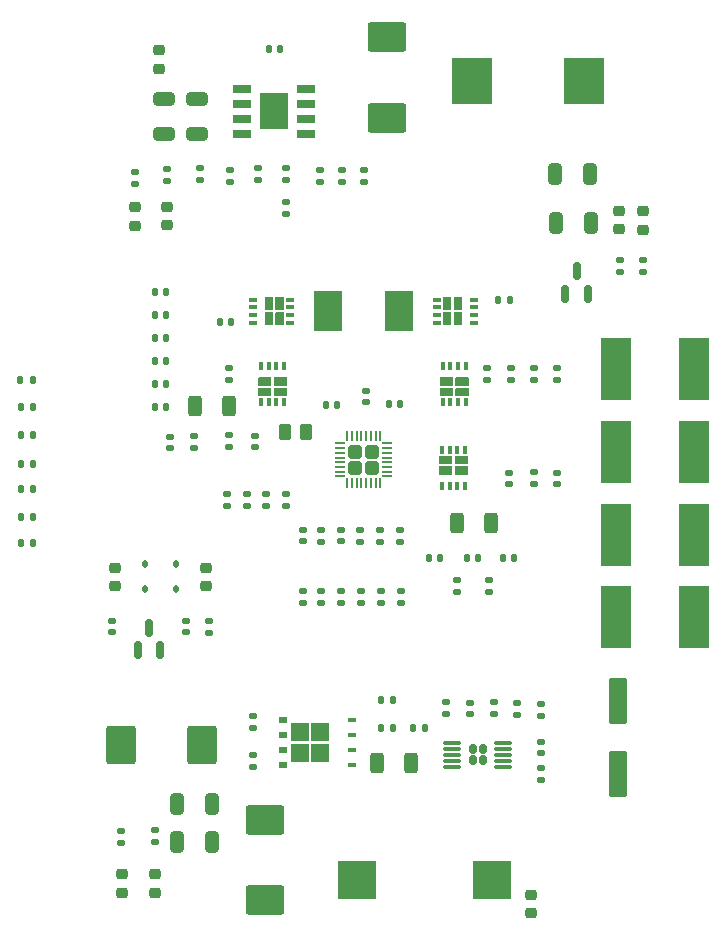
<source format=gtp>
G04 #@! TF.GenerationSoftware,KiCad,Pcbnew,7.0.6-0*
G04 #@! TF.CreationDate,2023-08-16T18:23:03-03:00*
G04 #@! TF.ProjectId,expansao_bateria_rev1.0.0,65787061-6e73-4616-9f5f-626174657269,rev?*
G04 #@! TF.SameCoordinates,Original*
G04 #@! TF.FileFunction,Paste,Top*
G04 #@! TF.FilePolarity,Positive*
%FSLAX46Y46*%
G04 Gerber Fmt 4.6, Leading zero omitted, Abs format (unit mm)*
G04 Created by KiCad (PCBNEW 7.0.6-0) date 2023-08-16 18:23:03*
%MOMM*%
%LPD*%
G01*
G04 APERTURE LIST*
G04 Aperture macros list*
%AMRoundRect*
0 Rectangle with rounded corners*
0 $1 Rounding radius*
0 $2 $3 $4 $5 $6 $7 $8 $9 X,Y pos of 4 corners*
0 Add a 4 corners polygon primitive as box body*
4,1,4,$2,$3,$4,$5,$6,$7,$8,$9,$2,$3,0*
0 Add four circle primitives for the rounded corners*
1,1,$1+$1,$2,$3*
1,1,$1+$1,$4,$5*
1,1,$1+$1,$6,$7*
1,1,$1+$1,$8,$9*
0 Add four rect primitives between the rounded corners*
20,1,$1+$1,$2,$3,$4,$5,0*
20,1,$1+$1,$4,$5,$6,$7,0*
20,1,$1+$1,$6,$7,$8,$9,0*
20,1,$1+$1,$8,$9,$2,$3,0*%
G04 Aperture macros list end*
%ADD10R,2.500000X5.300000*%
%ADD11RoundRect,0.250000X0.550000X-1.712500X0.550000X1.712500X-0.550000X1.712500X-0.550000X-1.712500X0*%
%ADD12RoundRect,0.135000X-0.185000X0.135000X-0.185000X-0.135000X0.185000X-0.135000X0.185000X0.135000X0*%
%ADD13RoundRect,0.135000X0.185000X-0.135000X0.185000X0.135000X-0.185000X0.135000X-0.185000X-0.135000X0*%
%ADD14R,0.399999X0.700001*%
%ADD15RoundRect,0.218750X-0.256250X0.218750X-0.256250X-0.218750X0.256250X-0.218750X0.256250X0.218750X0*%
%ADD16RoundRect,0.140000X-0.170000X0.140000X-0.170000X-0.140000X0.170000X-0.140000X0.170000X0.140000X0*%
%ADD17RoundRect,0.250000X-0.325000X-0.650000X0.325000X-0.650000X0.325000X0.650000X-0.325000X0.650000X0*%
%ADD18RoundRect,0.140000X-0.140000X-0.170000X0.140000X-0.170000X0.140000X0.170000X-0.140000X0.170000X0*%
%ADD19RoundRect,0.250000X-0.312500X-0.625000X0.312500X-0.625000X0.312500X0.625000X-0.312500X0.625000X0*%
%ADD20RoundRect,0.140000X0.140000X0.170000X-0.140000X0.170000X-0.140000X-0.170000X0.140000X-0.170000X0*%
%ADD21RoundRect,0.175000X0.175000X0.220000X-0.175000X0.220000X-0.175000X-0.220000X0.175000X-0.220000X0*%
%ADD22RoundRect,0.075000X0.650000X0.075000X-0.650000X0.075000X-0.650000X-0.075000X0.650000X-0.075000X0*%
%ADD23RoundRect,0.150000X0.150000X-0.587500X0.150000X0.587500X-0.150000X0.587500X-0.150000X-0.587500X0*%
%ADD24RoundRect,0.218750X0.256250X-0.218750X0.256250X0.218750X-0.256250X0.218750X-0.256250X-0.218750X0*%
%ADD25RoundRect,0.140000X0.170000X-0.140000X0.170000X0.140000X-0.170000X0.140000X-0.170000X-0.140000X0*%
%ADD26RoundRect,0.135000X0.135000X0.185000X-0.135000X0.185000X-0.135000X-0.185000X0.135000X-0.185000X0*%
%ADD27RoundRect,0.250000X0.650000X-0.325000X0.650000X0.325000X-0.650000X0.325000X-0.650000X-0.325000X0*%
%ADD28R,3.500000X4.000000*%
%ADD29RoundRect,0.250000X-0.335000X-0.335000X0.335000X-0.335000X0.335000X0.335000X-0.335000X0.335000X0*%
%ADD30RoundRect,0.050000X-0.337500X-0.050000X0.337500X-0.050000X0.337500X0.050000X-0.337500X0.050000X0*%
%ADD31RoundRect,0.050000X-0.050000X-0.337500X0.050000X-0.337500X0.050000X0.337500X-0.050000X0.337500X0*%
%ADD32RoundRect,0.250000X0.325000X0.650000X-0.325000X0.650000X-0.325000X-0.650000X0.325000X-0.650000X0*%
%ADD33RoundRect,0.250000X1.000000X-1.400000X1.000000X1.400000X-1.000000X1.400000X-1.000000X-1.400000X0*%
%ADD34RoundRect,0.250000X-1.400000X-1.000000X1.400000X-1.000000X1.400000X1.000000X-1.400000X1.000000X0*%
%ADD35RoundRect,0.250000X-0.650000X0.325000X-0.650000X-0.325000X0.650000X-0.325000X0.650000X0.325000X0*%
%ADD36RoundRect,0.225000X-0.250000X0.225000X-0.250000X-0.225000X0.250000X-0.225000X0.250000X0.225000X0*%
%ADD37RoundRect,0.112500X0.112500X-0.187500X0.112500X0.187500X-0.112500X0.187500X-0.112500X-0.187500X0*%
%ADD38R,0.700001X0.399999*%
%ADD39R,1.525000X0.650000*%
%ADD40R,2.400000X3.100000*%
%ADD41R,3.175000X3.300000*%
%ADD42R,1.500000X1.500000*%
%ADD43R,0.750000X0.500000*%
%ADD44R,0.750000X0.400000*%
%ADD45RoundRect,0.250000X-0.262500X-0.450000X0.262500X-0.450000X0.262500X0.450000X-0.262500X0.450000X0*%
%ADD46R,2.350000X3.500000*%
G04 APERTURE END LIST*
G36*
X28648774Y-31708948D02*
G01*
X28658033Y-31711754D01*
X28666564Y-31716316D01*
X28674042Y-31722453D01*
X28680179Y-31729930D01*
X28684741Y-31738462D01*
X28687547Y-31747721D01*
X28688495Y-31757350D01*
X28688495Y-32363648D01*
X28687547Y-32373277D01*
X28684741Y-32382535D01*
X28680179Y-32391067D01*
X28674042Y-32398545D01*
X28666564Y-32404681D01*
X28658033Y-32409243D01*
X28648774Y-32412050D01*
X28639145Y-32412997D01*
X27612848Y-32412997D01*
X27603219Y-32412050D01*
X27593960Y-32409243D01*
X27585429Y-32404681D01*
X27577951Y-32398545D01*
X27571814Y-32391067D01*
X27567252Y-32382535D01*
X27564446Y-32373277D01*
X27563496Y-32363648D01*
X27563496Y-31757350D01*
X27564446Y-31747721D01*
X27567252Y-31738462D01*
X27571814Y-31729930D01*
X27577951Y-31722453D01*
X27585429Y-31716316D01*
X27593960Y-31711754D01*
X27603219Y-31708948D01*
X27612848Y-31707998D01*
X28639145Y-31707998D01*
X28648774Y-31708948D01*
G37*
G36*
X27323778Y-31708948D02*
G01*
X27333036Y-31711754D01*
X27341568Y-31716316D01*
X27349046Y-31722453D01*
X27355183Y-31729930D01*
X27359745Y-31738462D01*
X27362551Y-31747721D01*
X27363501Y-31757350D01*
X27363501Y-32363648D01*
X27362551Y-32373277D01*
X27359745Y-32382535D01*
X27355183Y-32391067D01*
X27349046Y-32398545D01*
X27341568Y-32404681D01*
X27333036Y-32409243D01*
X27323778Y-32412050D01*
X27314149Y-32412997D01*
X26287852Y-32412997D01*
X26278223Y-32412050D01*
X26268964Y-32409243D01*
X26260433Y-32404681D01*
X26252955Y-32398545D01*
X26246818Y-32391067D01*
X26242256Y-32382535D01*
X26239450Y-32373277D01*
X26238502Y-32363648D01*
X26238502Y-31757350D01*
X26239450Y-31747721D01*
X26242256Y-31738462D01*
X26246818Y-31729930D01*
X26252955Y-31722453D01*
X26260433Y-31716316D01*
X26268964Y-31711754D01*
X26278223Y-31708948D01*
X26287852Y-31707998D01*
X27314149Y-31707998D01*
X27323778Y-31708948D01*
G37*
G36*
X28648774Y-32613947D02*
G01*
X28658033Y-32616754D01*
X28666564Y-32621316D01*
X28674042Y-32627452D01*
X28680179Y-32634930D01*
X28684741Y-32643462D01*
X28687547Y-32652720D01*
X28688495Y-32662349D01*
X28688495Y-33268647D01*
X28687547Y-33278276D01*
X28684741Y-33287535D01*
X28680179Y-33296067D01*
X28674042Y-33303544D01*
X28666564Y-33309681D01*
X28658033Y-33314243D01*
X28648774Y-33317049D01*
X28639145Y-33317997D01*
X27612848Y-33317997D01*
X27603219Y-33317049D01*
X27593960Y-33314243D01*
X27585429Y-33309681D01*
X27577951Y-33303544D01*
X27571814Y-33296067D01*
X27567252Y-33287535D01*
X27564446Y-33278276D01*
X27563496Y-33268647D01*
X27563496Y-32662349D01*
X27564446Y-32652720D01*
X27567252Y-32643462D01*
X27571814Y-32634930D01*
X27577951Y-32627452D01*
X27585429Y-32621316D01*
X27593960Y-32616754D01*
X27603219Y-32613947D01*
X27612848Y-32612997D01*
X28639145Y-32612997D01*
X28648774Y-32613947D01*
G37*
G36*
X27323778Y-32613947D02*
G01*
X27333036Y-32616754D01*
X27341568Y-32621316D01*
X27349046Y-32627452D01*
X27355183Y-32634930D01*
X27359745Y-32643462D01*
X27362551Y-32652720D01*
X27363501Y-32662349D01*
X27363501Y-33268647D01*
X27362551Y-33278276D01*
X27359745Y-33287535D01*
X27355183Y-33296067D01*
X27349046Y-33303544D01*
X27341568Y-33309681D01*
X27333036Y-33314243D01*
X27323778Y-33317049D01*
X27314149Y-33317997D01*
X26287852Y-33317997D01*
X26278223Y-33317049D01*
X26268964Y-33314243D01*
X26260433Y-33309681D01*
X26252955Y-33303544D01*
X26246818Y-33296067D01*
X26242256Y-33287535D01*
X26239450Y-33278276D01*
X26238502Y-33268647D01*
X26238502Y-32662349D01*
X26239450Y-32652720D01*
X26242256Y-32643462D01*
X26246818Y-32634930D01*
X26252955Y-32627452D01*
X26260433Y-32621316D01*
X26268964Y-32616754D01*
X26278223Y-32613947D01*
X26287852Y-32612997D01*
X27314149Y-32612997D01*
X27323778Y-32613947D01*
G37*
G36*
X42643283Y-39223948D02*
G01*
X42652542Y-39226755D01*
X42661073Y-39231317D01*
X42668551Y-39237453D01*
X42674688Y-39244931D01*
X42679250Y-39253463D01*
X42682056Y-39262721D01*
X42683006Y-39272350D01*
X42683006Y-39878648D01*
X42682056Y-39888277D01*
X42679250Y-39897536D01*
X42674688Y-39906068D01*
X42668551Y-39913545D01*
X42661073Y-39919682D01*
X42652542Y-39924244D01*
X42643283Y-39927050D01*
X42633654Y-39928000D01*
X41607357Y-39928000D01*
X41597728Y-39927050D01*
X41588469Y-39924244D01*
X41579938Y-39919682D01*
X41572460Y-39913545D01*
X41566323Y-39906068D01*
X41561761Y-39897536D01*
X41558955Y-39888277D01*
X41558007Y-39878648D01*
X41558007Y-39272350D01*
X41558955Y-39262721D01*
X41561761Y-39253463D01*
X41566323Y-39244931D01*
X41572460Y-39237453D01*
X41579938Y-39231317D01*
X41588469Y-39226755D01*
X41597728Y-39223948D01*
X41607357Y-39223001D01*
X42633654Y-39223001D01*
X42643283Y-39223948D01*
G37*
G36*
X43968279Y-39223948D02*
G01*
X43977538Y-39226755D01*
X43986069Y-39231317D01*
X43993547Y-39237453D01*
X43999684Y-39244931D01*
X44004246Y-39253463D01*
X44007052Y-39262721D01*
X44008000Y-39272350D01*
X44008000Y-39878648D01*
X44007052Y-39888277D01*
X44004246Y-39897536D01*
X43999684Y-39906068D01*
X43993547Y-39913545D01*
X43986069Y-39919682D01*
X43977538Y-39924244D01*
X43968279Y-39927050D01*
X43958650Y-39928000D01*
X42932353Y-39928000D01*
X42922724Y-39927050D01*
X42913466Y-39924244D01*
X42904934Y-39919682D01*
X42897456Y-39913545D01*
X42891319Y-39906068D01*
X42886757Y-39897536D01*
X42883951Y-39888277D01*
X42883001Y-39878648D01*
X42883001Y-39272350D01*
X42883951Y-39262721D01*
X42886757Y-39253463D01*
X42891319Y-39244931D01*
X42897456Y-39237453D01*
X42904934Y-39231317D01*
X42913466Y-39226755D01*
X42922724Y-39223948D01*
X42932353Y-39223001D01*
X43958650Y-39223001D01*
X43968279Y-39223948D01*
G37*
G36*
X42643283Y-38318949D02*
G01*
X42652542Y-38321755D01*
X42661073Y-38326317D01*
X42668551Y-38332454D01*
X42674688Y-38339931D01*
X42679250Y-38348463D01*
X42682056Y-38357722D01*
X42683006Y-38367351D01*
X42683006Y-38973649D01*
X42682056Y-38983278D01*
X42679250Y-38992536D01*
X42674688Y-39001068D01*
X42668551Y-39008546D01*
X42661073Y-39014682D01*
X42652542Y-39019244D01*
X42643283Y-39022051D01*
X42633654Y-39023001D01*
X41607357Y-39023001D01*
X41597728Y-39022051D01*
X41588469Y-39019244D01*
X41579938Y-39014682D01*
X41572460Y-39008546D01*
X41566323Y-39001068D01*
X41561761Y-38992536D01*
X41558955Y-38983278D01*
X41558007Y-38973649D01*
X41558007Y-38367351D01*
X41558955Y-38357722D01*
X41561761Y-38348463D01*
X41566323Y-38339931D01*
X41572460Y-38332454D01*
X41579938Y-38326317D01*
X41588469Y-38321755D01*
X41597728Y-38318949D01*
X41607357Y-38318001D01*
X42633654Y-38318001D01*
X42643283Y-38318949D01*
G37*
G36*
X43968279Y-38318949D02*
G01*
X43977538Y-38321755D01*
X43986069Y-38326317D01*
X43993547Y-38332454D01*
X43999684Y-38339931D01*
X44004246Y-38348463D01*
X44007052Y-38357722D01*
X44008000Y-38367351D01*
X44008000Y-38973649D01*
X44007052Y-38983278D01*
X44004246Y-38992536D01*
X43999684Y-39001068D01*
X43993547Y-39008546D01*
X43986069Y-39014682D01*
X43977538Y-39019244D01*
X43968279Y-39022051D01*
X43958650Y-39023001D01*
X42932353Y-39023001D01*
X42922724Y-39022051D01*
X42913466Y-39019244D01*
X42904934Y-39014682D01*
X42897456Y-39008546D01*
X42891319Y-39001068D01*
X42886757Y-38992536D01*
X42883951Y-38983278D01*
X42883001Y-38973649D01*
X42883001Y-38367351D01*
X42883951Y-38357722D01*
X42886757Y-38348463D01*
X42891319Y-38339931D01*
X42897456Y-38332454D01*
X42904934Y-38326317D01*
X42913466Y-38321755D01*
X42922724Y-38318949D01*
X42932353Y-38318001D01*
X43958650Y-38318001D01*
X43968279Y-38318949D01*
G37*
G36*
X43468279Y-26183944D02*
G01*
X43477538Y-26186750D01*
X43486070Y-26191312D01*
X43493547Y-26197449D01*
X43499684Y-26204927D01*
X43504246Y-26213458D01*
X43507052Y-26222717D01*
X43508002Y-26232346D01*
X43508002Y-27258643D01*
X43507052Y-27268272D01*
X43504246Y-27277531D01*
X43499684Y-27286062D01*
X43493547Y-27293540D01*
X43486070Y-27299677D01*
X43477538Y-27304239D01*
X43468279Y-27307045D01*
X43458650Y-27307993D01*
X42852352Y-27307993D01*
X42842723Y-27307045D01*
X42833465Y-27304239D01*
X42824933Y-27299677D01*
X42817455Y-27293540D01*
X42811319Y-27286062D01*
X42806757Y-27277531D01*
X42803950Y-27268272D01*
X42803003Y-27258643D01*
X42803003Y-26232346D01*
X42803950Y-26222717D01*
X42806757Y-26213458D01*
X42811319Y-26204927D01*
X42817455Y-26197449D01*
X42824933Y-26191312D01*
X42833465Y-26186750D01*
X42842723Y-26183944D01*
X42852352Y-26182994D01*
X43458650Y-26182994D01*
X43468279Y-26183944D01*
G37*
G36*
X43468279Y-24858948D02*
G01*
X43477538Y-24861754D01*
X43486070Y-24866316D01*
X43493547Y-24872453D01*
X43499684Y-24879931D01*
X43504246Y-24888462D01*
X43507052Y-24897721D01*
X43508002Y-24907350D01*
X43508002Y-25933647D01*
X43507052Y-25943276D01*
X43504246Y-25952534D01*
X43499684Y-25961066D01*
X43493547Y-25968544D01*
X43486070Y-25974681D01*
X43477538Y-25979243D01*
X43468279Y-25982049D01*
X43458650Y-25982999D01*
X42852352Y-25982999D01*
X42842723Y-25982049D01*
X42833465Y-25979243D01*
X42824933Y-25974681D01*
X42817455Y-25968544D01*
X42811319Y-25961066D01*
X42806757Y-25952534D01*
X42803950Y-25943276D01*
X42803003Y-25933647D01*
X42803003Y-24907350D01*
X42803950Y-24897721D01*
X42806757Y-24888462D01*
X42811319Y-24879931D01*
X42817455Y-24872453D01*
X42824933Y-24866316D01*
X42833465Y-24861754D01*
X42842723Y-24858948D01*
X42852352Y-24858000D01*
X43458650Y-24858000D01*
X43468279Y-24858948D01*
G37*
G36*
X42563280Y-26183944D02*
G01*
X42572538Y-26186750D01*
X42581070Y-26191312D01*
X42588548Y-26197449D01*
X42594684Y-26204927D01*
X42599246Y-26213458D01*
X42602053Y-26222717D01*
X42603003Y-26232346D01*
X42603003Y-27258643D01*
X42602053Y-27268272D01*
X42599246Y-27277531D01*
X42594684Y-27286062D01*
X42588548Y-27293540D01*
X42581070Y-27299677D01*
X42572538Y-27304239D01*
X42563280Y-27307045D01*
X42553651Y-27307993D01*
X41947353Y-27307993D01*
X41937724Y-27307045D01*
X41928465Y-27304239D01*
X41919933Y-27299677D01*
X41912456Y-27293540D01*
X41906319Y-27286062D01*
X41901757Y-27277531D01*
X41898951Y-27268272D01*
X41898003Y-27258643D01*
X41898003Y-26232346D01*
X41898951Y-26222717D01*
X41901757Y-26213458D01*
X41906319Y-26204927D01*
X41912456Y-26197449D01*
X41919933Y-26191312D01*
X41928465Y-26186750D01*
X41937724Y-26183944D01*
X41947353Y-26182994D01*
X42553651Y-26182994D01*
X42563280Y-26183944D01*
G37*
G36*
X42563280Y-24858948D02*
G01*
X42572538Y-24861754D01*
X42581070Y-24866316D01*
X42588548Y-24872453D01*
X42594684Y-24879931D01*
X42599246Y-24888462D01*
X42602053Y-24897721D01*
X42603003Y-24907350D01*
X42603003Y-25933647D01*
X42602053Y-25943276D01*
X42599246Y-25952534D01*
X42594684Y-25961066D01*
X42588548Y-25968544D01*
X42581070Y-25974681D01*
X42572538Y-25979243D01*
X42563280Y-25982049D01*
X42553651Y-25982999D01*
X41947353Y-25982999D01*
X41937724Y-25982049D01*
X41928465Y-25979243D01*
X41919933Y-25974681D01*
X41912456Y-25968544D01*
X41906319Y-25961066D01*
X41901757Y-25952534D01*
X41898951Y-25943276D01*
X41898003Y-25933647D01*
X41898003Y-24907350D01*
X41898951Y-24897721D01*
X41901757Y-24888462D01*
X41906319Y-24879931D01*
X41912456Y-24872453D01*
X41919933Y-24866316D01*
X41928465Y-24861754D01*
X41937724Y-24858948D01*
X41947353Y-24858000D01*
X42553651Y-24858000D01*
X42563280Y-24858948D01*
G37*
G36*
X27468778Y-24858953D02*
G01*
X27478036Y-24861759D01*
X27486568Y-24866321D01*
X27494046Y-24872458D01*
X27500182Y-24879936D01*
X27504744Y-24888467D01*
X27507551Y-24897726D01*
X27508498Y-24907355D01*
X27508498Y-25933652D01*
X27507551Y-25943281D01*
X27504744Y-25952540D01*
X27500182Y-25961071D01*
X27494046Y-25968549D01*
X27486568Y-25974686D01*
X27478036Y-25979248D01*
X27468778Y-25982054D01*
X27459149Y-25983004D01*
X26852851Y-25983004D01*
X26843222Y-25982054D01*
X26833963Y-25979248D01*
X26825431Y-25974686D01*
X26817954Y-25968549D01*
X26811817Y-25961071D01*
X26807255Y-25952540D01*
X26804449Y-25943281D01*
X26803499Y-25933652D01*
X26803499Y-24907355D01*
X26804449Y-24897726D01*
X26807255Y-24888467D01*
X26811817Y-24879936D01*
X26817954Y-24872458D01*
X26825431Y-24866321D01*
X26833963Y-24861759D01*
X26843222Y-24858953D01*
X26852851Y-24858005D01*
X27459149Y-24858005D01*
X27468778Y-24858953D01*
G37*
G36*
X27468778Y-26183949D02*
G01*
X27478036Y-26186755D01*
X27486568Y-26191317D01*
X27494046Y-26197454D01*
X27500182Y-26204932D01*
X27504744Y-26213464D01*
X27507551Y-26222722D01*
X27508498Y-26232351D01*
X27508498Y-27258648D01*
X27507551Y-27268277D01*
X27504744Y-27277536D01*
X27500182Y-27286067D01*
X27494046Y-27293545D01*
X27486568Y-27299682D01*
X27478036Y-27304244D01*
X27468778Y-27307050D01*
X27459149Y-27307998D01*
X26852851Y-27307998D01*
X26843222Y-27307050D01*
X26833963Y-27304244D01*
X26825431Y-27299682D01*
X26817954Y-27293545D01*
X26811817Y-27286067D01*
X26807255Y-27277536D01*
X26804449Y-27268277D01*
X26803499Y-27258648D01*
X26803499Y-26232351D01*
X26804449Y-26222722D01*
X26807255Y-26213464D01*
X26811817Y-26204932D01*
X26817954Y-26197454D01*
X26825431Y-26191317D01*
X26833963Y-26186755D01*
X26843222Y-26183949D01*
X26852851Y-26182999D01*
X27459149Y-26182999D01*
X27468778Y-26183949D01*
G37*
G36*
X28373777Y-24858953D02*
G01*
X28383036Y-24861759D01*
X28391568Y-24866321D01*
X28399045Y-24872458D01*
X28405182Y-24879936D01*
X28409744Y-24888467D01*
X28412550Y-24897726D01*
X28413498Y-24907355D01*
X28413498Y-25933652D01*
X28412550Y-25943281D01*
X28409744Y-25952540D01*
X28405182Y-25961071D01*
X28399045Y-25968549D01*
X28391568Y-25974686D01*
X28383036Y-25979248D01*
X28373777Y-25982054D01*
X28364148Y-25983004D01*
X27757850Y-25983004D01*
X27748221Y-25982054D01*
X27738963Y-25979248D01*
X27730431Y-25974686D01*
X27722953Y-25968549D01*
X27716817Y-25961071D01*
X27712255Y-25952540D01*
X27709448Y-25943281D01*
X27708498Y-25933652D01*
X27708498Y-24907355D01*
X27709448Y-24897726D01*
X27712255Y-24888467D01*
X27716817Y-24879936D01*
X27722953Y-24872458D01*
X27730431Y-24866321D01*
X27738963Y-24861759D01*
X27748221Y-24858953D01*
X27757850Y-24858005D01*
X28364148Y-24858005D01*
X28373777Y-24858953D01*
G37*
G36*
X28373777Y-26183949D02*
G01*
X28383036Y-26186755D01*
X28391568Y-26191317D01*
X28399045Y-26197454D01*
X28405182Y-26204932D01*
X28409744Y-26213464D01*
X28412550Y-26222722D01*
X28413498Y-26232351D01*
X28413498Y-27258648D01*
X28412550Y-27268277D01*
X28409744Y-27277536D01*
X28405182Y-27286067D01*
X28399045Y-27293545D01*
X28391568Y-27299682D01*
X28383036Y-27304244D01*
X28373777Y-27307050D01*
X28364148Y-27307998D01*
X27757850Y-27307998D01*
X27748221Y-27307050D01*
X27738963Y-27304244D01*
X27730431Y-27299682D01*
X27722953Y-27293545D01*
X27716817Y-27286067D01*
X27712255Y-27277536D01*
X27709448Y-27268277D01*
X27708498Y-27258648D01*
X27708498Y-26232351D01*
X27709448Y-26222722D01*
X27712255Y-26213464D01*
X27716817Y-26204932D01*
X27722953Y-26197454D01*
X27730431Y-26191317D01*
X27738963Y-26186755D01*
X27748221Y-26183949D01*
X27757850Y-26182999D01*
X28364148Y-26182999D01*
X28373777Y-26183949D01*
G37*
G36*
X44033273Y-31708948D02*
G01*
X44042532Y-31711754D01*
X44051063Y-31716316D01*
X44058541Y-31722453D01*
X44064678Y-31729930D01*
X44069240Y-31738462D01*
X44072046Y-31747721D01*
X44072994Y-31757350D01*
X44072994Y-32363648D01*
X44072046Y-32373277D01*
X44069240Y-32382535D01*
X44064678Y-32391067D01*
X44058541Y-32398545D01*
X44051063Y-32404681D01*
X44042532Y-32409243D01*
X44033273Y-32412050D01*
X44023644Y-32412997D01*
X42997347Y-32412997D01*
X42987718Y-32412050D01*
X42978459Y-32409243D01*
X42969928Y-32404681D01*
X42962450Y-32398545D01*
X42956313Y-32391067D01*
X42951751Y-32382535D01*
X42948945Y-32373277D01*
X42947995Y-32363648D01*
X42947995Y-31757350D01*
X42948945Y-31747721D01*
X42951751Y-31738462D01*
X42956313Y-31729930D01*
X42962450Y-31722453D01*
X42969928Y-31716316D01*
X42978459Y-31711754D01*
X42987718Y-31708948D01*
X42997347Y-31707998D01*
X44023644Y-31707998D01*
X44033273Y-31708948D01*
G37*
G36*
X42708277Y-31708948D02*
G01*
X42717535Y-31711754D01*
X42726067Y-31716316D01*
X42733545Y-31722453D01*
X42739682Y-31729930D01*
X42744244Y-31738462D01*
X42747050Y-31747721D01*
X42748000Y-31757350D01*
X42748000Y-32363648D01*
X42747050Y-32373277D01*
X42744244Y-32382535D01*
X42739682Y-32391067D01*
X42733545Y-32398545D01*
X42726067Y-32404681D01*
X42717535Y-32409243D01*
X42708277Y-32412050D01*
X42698648Y-32412997D01*
X41672351Y-32412997D01*
X41662722Y-32412050D01*
X41653463Y-32409243D01*
X41644932Y-32404681D01*
X41637454Y-32398545D01*
X41631317Y-32391067D01*
X41626755Y-32382535D01*
X41623949Y-32373277D01*
X41623001Y-32363648D01*
X41623001Y-31757350D01*
X41623949Y-31747721D01*
X41626755Y-31738462D01*
X41631317Y-31729930D01*
X41637454Y-31722453D01*
X41644932Y-31716316D01*
X41653463Y-31711754D01*
X41662722Y-31708948D01*
X41672351Y-31707998D01*
X42698648Y-31707998D01*
X42708277Y-31708948D01*
G37*
G36*
X44033273Y-32613947D02*
G01*
X44042532Y-32616754D01*
X44051063Y-32621316D01*
X44058541Y-32627452D01*
X44064678Y-32634930D01*
X44069240Y-32643462D01*
X44072046Y-32652720D01*
X44072994Y-32662349D01*
X44072994Y-33268647D01*
X44072046Y-33278276D01*
X44069240Y-33287535D01*
X44064678Y-33296067D01*
X44058541Y-33303544D01*
X44051063Y-33309681D01*
X44042532Y-33314243D01*
X44033273Y-33317049D01*
X44023644Y-33317997D01*
X42997347Y-33317997D01*
X42987718Y-33317049D01*
X42978459Y-33314243D01*
X42969928Y-33309681D01*
X42962450Y-33303544D01*
X42956313Y-33296067D01*
X42951751Y-33287535D01*
X42948945Y-33278276D01*
X42947995Y-33268647D01*
X42947995Y-32662349D01*
X42948945Y-32652720D01*
X42951751Y-32643462D01*
X42956313Y-32634930D01*
X42962450Y-32627452D01*
X42969928Y-32621316D01*
X42978459Y-32616754D01*
X42987718Y-32613947D01*
X42997347Y-32612997D01*
X44023644Y-32612997D01*
X44033273Y-32613947D01*
G37*
G36*
X42708277Y-32613947D02*
G01*
X42717535Y-32616754D01*
X42726067Y-32621316D01*
X42733545Y-32627452D01*
X42739682Y-32634930D01*
X42744244Y-32643462D01*
X42747050Y-32652720D01*
X42748000Y-32662349D01*
X42748000Y-33268647D01*
X42747050Y-33278276D01*
X42744244Y-33287535D01*
X42739682Y-33296067D01*
X42733545Y-33303544D01*
X42726067Y-33309681D01*
X42717535Y-33314243D01*
X42708277Y-33317049D01*
X42698648Y-33317997D01*
X41672351Y-33317997D01*
X41662722Y-33317049D01*
X41653463Y-33314243D01*
X41644932Y-33309681D01*
X41637454Y-33303544D01*
X41631317Y-33296067D01*
X41626755Y-33287535D01*
X41623949Y-33278276D01*
X41623001Y-33268647D01*
X41623001Y-32662349D01*
X41623949Y-32652720D01*
X41626755Y-32643462D01*
X41631317Y-32634930D01*
X41637454Y-32627452D01*
X41644932Y-32621316D01*
X41653463Y-32616754D01*
X41662722Y-32613947D01*
X41672351Y-32612997D01*
X42698648Y-32612997D01*
X42708277Y-32613947D01*
G37*
D10*
X56581000Y-37995666D03*
X63181000Y-37995666D03*
D11*
X56706000Y-65274500D03*
X56706000Y-59099500D03*
D12*
X17482000Y-70033000D03*
X17482000Y-71053000D03*
X34952800Y-49784000D03*
X34952800Y-50804000D03*
D13*
X58818000Y-22796500D03*
X58818000Y-21776500D03*
D14*
X28438503Y-30718000D03*
X27788502Y-30718000D03*
X27138503Y-30718000D03*
X26488502Y-30718000D03*
X26488502Y-33817998D03*
X27138500Y-33817998D03*
X27788502Y-33817998D03*
X28438500Y-33817998D03*
D15*
X17826000Y-3980500D03*
X17826000Y-5555500D03*
D16*
X33233200Y-44632000D03*
X33233200Y-45592000D03*
D17*
X51391000Y-14513000D03*
X54341000Y-14513000D03*
D18*
X37333000Y-33929000D03*
X38293000Y-33929000D03*
D15*
X14145000Y-47812000D03*
X14145000Y-49387000D03*
D13*
X26254332Y-15031000D03*
X26254332Y-14011000D03*
D19*
X20866500Y-34107000D03*
X23791500Y-34107000D03*
D20*
X41683000Y-47001000D03*
X40723000Y-47001000D03*
D16*
X47479000Y-39761000D03*
X47479000Y-40721000D03*
D13*
X50205000Y-65776000D03*
X50205000Y-64756000D03*
X31595600Y-50804000D03*
X31595600Y-49784000D03*
D21*
X45262000Y-64120000D03*
X45262000Y-63180000D03*
X44422000Y-64120000D03*
X44422000Y-63180000D03*
D22*
X46992000Y-64650000D03*
X46992000Y-64150000D03*
X46992000Y-63650000D03*
X46992000Y-63150000D03*
X46992000Y-62650000D03*
X42692000Y-62650000D03*
X42692000Y-63150000D03*
X42692000Y-63650000D03*
X42692000Y-64150000D03*
X42692000Y-64650000D03*
D13*
X56908000Y-22747500D03*
X56908000Y-21727500D03*
D23*
X16068000Y-54755000D03*
X17968000Y-54755000D03*
X17018000Y-52880000D03*
D18*
X46587000Y-25108000D03*
X47547000Y-25108000D03*
X32003000Y-34001000D03*
X32963000Y-34001000D03*
D24*
X14691000Y-75332000D03*
X14691000Y-73757000D03*
D25*
X49574000Y-31896000D03*
X49574000Y-30936000D03*
D16*
X38269000Y-44656000D03*
X38269000Y-45616000D03*
X13875000Y-52300000D03*
X13875000Y-53260000D03*
D26*
X37644000Y-59015000D03*
X36624000Y-59015000D03*
D10*
X56581000Y-30980000D03*
X63181000Y-30980000D03*
D16*
X26917000Y-41615000D03*
X26917000Y-42575000D03*
D10*
X56581000Y-45011332D03*
X63181000Y-45011332D03*
D16*
X51522000Y-39787000D03*
X51522000Y-40747000D03*
D13*
X23642000Y-42605000D03*
X23642000Y-41585000D03*
D27*
X18244000Y-11089000D03*
X18244000Y-8139000D03*
D20*
X18470000Y-32229000D03*
X17510000Y-32229000D03*
D18*
X27140000Y-3909000D03*
X28100000Y-3909000D03*
D19*
X36285000Y-64315000D03*
X39210000Y-64315000D03*
D12*
X25325000Y-41585000D03*
X25325000Y-42605000D03*
D28*
X44325000Y-6589000D03*
X53825000Y-6589000D03*
D23*
X52252000Y-24602500D03*
X54152000Y-24602500D03*
X53202000Y-22727500D03*
D16*
X49567000Y-39735000D03*
X49567000Y-40695000D03*
D13*
X46193500Y-60220000D03*
X46193500Y-59200000D03*
D29*
X34486000Y-37989000D03*
X34486000Y-39389000D03*
X35886000Y-37989000D03*
X35886000Y-39389000D03*
D30*
X33198500Y-37289000D03*
X33198500Y-37689000D03*
X33198500Y-38089000D03*
X33198500Y-38489000D03*
X33198500Y-38889000D03*
X33198500Y-39289000D03*
X33198500Y-39689000D03*
X33198500Y-40089000D03*
D31*
X33786000Y-40676500D03*
X34186000Y-40676500D03*
X34586000Y-40676500D03*
X34986000Y-40676500D03*
X35386000Y-40676500D03*
X35786000Y-40676500D03*
X36186000Y-40676500D03*
X36586000Y-40676500D03*
D30*
X37173500Y-40089000D03*
X37173500Y-39689000D03*
X37173500Y-39289000D03*
X37173500Y-38889000D03*
X37173500Y-38489000D03*
X37173500Y-38089000D03*
X37173500Y-37689000D03*
X37173500Y-37289000D03*
D31*
X36586000Y-36701500D03*
X36186000Y-36701500D03*
X35786000Y-36701500D03*
X35386000Y-36701500D03*
X34986000Y-36701500D03*
X34586000Y-36701500D03*
X34186000Y-36701500D03*
X33786000Y-36701500D03*
D18*
X39374000Y-61383000D03*
X40334000Y-61383000D03*
D25*
X51535500Y-31896000D03*
X51535500Y-30936000D03*
D32*
X54406000Y-18640000D03*
X51456000Y-18640000D03*
D12*
X28570000Y-16844000D03*
X28570000Y-17864000D03*
D33*
X14659000Y-62863000D03*
X21459000Y-62863000D03*
D13*
X23769000Y-37628000D03*
X23769000Y-36608000D03*
D20*
X18469000Y-26382000D03*
X17509000Y-26382000D03*
D12*
X20854000Y-36681000D03*
X20854000Y-37701000D03*
D16*
X33274200Y-49814000D03*
X33274200Y-50774000D03*
D12*
X15824000Y-14281500D03*
X15824000Y-15301500D03*
D10*
X56581000Y-52027000D03*
X63181000Y-52027000D03*
D16*
X30041000Y-44632000D03*
X30041000Y-45592000D03*
D34*
X26855000Y-69184000D03*
X26855000Y-75984000D03*
D15*
X56836000Y-17600000D03*
X56836000Y-19175000D03*
D16*
X18824000Y-36746000D03*
X18824000Y-37706000D03*
D35*
X21094000Y-8139000D03*
X21094000Y-11089000D03*
D17*
X19403000Y-67791000D03*
X22353000Y-67791000D03*
D20*
X18469000Y-30280000D03*
X17509000Y-30280000D03*
D13*
X28575000Y-14975000D03*
X28575000Y-13955000D03*
D24*
X17499000Y-75342500D03*
X17499000Y-73767500D03*
D16*
X20161000Y-52333000D03*
X20161000Y-53293000D03*
D17*
X19368000Y-71008000D03*
X22318000Y-71008000D03*
D12*
X30082000Y-49784000D03*
X30082000Y-50804000D03*
D36*
X49352000Y-75523000D03*
X49352000Y-77073000D03*
D37*
X19331000Y-49627000D03*
X19331000Y-47527000D03*
D14*
X41807999Y-40917998D03*
X42458000Y-40917998D03*
X43107999Y-40917998D03*
X43758000Y-40917998D03*
X43758000Y-37818000D03*
X43108002Y-37818000D03*
X42458000Y-37818000D03*
X41808002Y-37818000D03*
D26*
X7154000Y-34176000D03*
X6134000Y-34176000D03*
D38*
X44498000Y-27058001D03*
X44498000Y-26408000D03*
X44498000Y-25758001D03*
X44498000Y-25108000D03*
X41398002Y-25108000D03*
X41398002Y-25757998D03*
X41398002Y-26408000D03*
X41398002Y-27057998D03*
D26*
X37639000Y-61383000D03*
X36619000Y-61383000D03*
D38*
X25813501Y-25107997D03*
X25813501Y-25757998D03*
X25813501Y-26407997D03*
X25813501Y-27057998D03*
X28913499Y-27057998D03*
X28913499Y-26408000D03*
X28913499Y-25757998D03*
X28913499Y-25108000D03*
D16*
X50205000Y-59381000D03*
X50205000Y-60341000D03*
D25*
X35403000Y-33825000D03*
X35403000Y-32865000D03*
D15*
X21814000Y-47812000D03*
X21814000Y-49387000D03*
D16*
X34911800Y-44656000D03*
X34911800Y-45616000D03*
X48204250Y-59309000D03*
X48204250Y-60269000D03*
D12*
X45792000Y-48838000D03*
X45792000Y-49858000D03*
D18*
X46979000Y-47001000D03*
X47939000Y-47001000D03*
X43921000Y-46992000D03*
X44881000Y-46992000D03*
D39*
X24897000Y-7259000D03*
X24897000Y-8529000D03*
X24897000Y-9799000D03*
X24897000Y-11069000D03*
X30321000Y-11069000D03*
X30321000Y-9799000D03*
X30321000Y-8529000D03*
X30321000Y-7259000D03*
D40*
X27609000Y-9164000D03*
D12*
X21361000Y-14001000D03*
X21361000Y-15021000D03*
D16*
X35186000Y-14159000D03*
X35186000Y-15119000D03*
D12*
X31501000Y-14129000D03*
X31501000Y-15149000D03*
D24*
X15850000Y-18878000D03*
X15850000Y-17303000D03*
D25*
X44182750Y-60238000D03*
X44182750Y-59278000D03*
D34*
X37183000Y-2899000D03*
X37183000Y-9699000D03*
D25*
X50205000Y-63494334D03*
X50205000Y-62534334D03*
D20*
X18470000Y-34178000D03*
X17510000Y-34178000D03*
D24*
X18493000Y-18839500D03*
X18493000Y-17264500D03*
D19*
X43076500Y-44071000D03*
X46001500Y-44071000D03*
D41*
X46077000Y-74239000D03*
X34647000Y-74239000D03*
D25*
X25939000Y-37625000D03*
X25939000Y-36665000D03*
D13*
X25839000Y-61406000D03*
X25839000Y-60386000D03*
D42*
X31486000Y-63464000D03*
X31486000Y-61764000D03*
X29786000Y-63464000D03*
X29786000Y-61764000D03*
D43*
X28381000Y-64519000D03*
X28381000Y-63249000D03*
X28381000Y-61979000D03*
X28381000Y-60709000D03*
D44*
X34186000Y-64519000D03*
X34186000Y-63249000D03*
X34186000Y-61979000D03*
X34186000Y-60709000D03*
D12*
X14663000Y-70137000D03*
X14663000Y-71157000D03*
X23869000Y-14105000D03*
X23869000Y-15125000D03*
D25*
X47612500Y-31896000D03*
X47612500Y-30936000D03*
D45*
X28493500Y-36351000D03*
X30318500Y-36351000D03*
D16*
X36631400Y-49814000D03*
X36631400Y-50774000D03*
D13*
X31554600Y-45622000D03*
X31554600Y-44602000D03*
D26*
X7145000Y-31885000D03*
X6125000Y-31885000D03*
X7211000Y-41119000D03*
X6191000Y-41119000D03*
D25*
X45651000Y-31896000D03*
X45651000Y-30936000D03*
D12*
X38310000Y-49784000D03*
X38310000Y-50804000D03*
D16*
X42182000Y-59217000D03*
X42182000Y-60177000D03*
D13*
X25839000Y-64661000D03*
X25839000Y-63641000D03*
D14*
X43823002Y-30718000D03*
X43173001Y-30718000D03*
X42523002Y-30718000D03*
X41873001Y-30718000D03*
X41873001Y-33817998D03*
X42522999Y-33817998D03*
X43173001Y-33817998D03*
X43822999Y-33817998D03*
D15*
X58797000Y-17625500D03*
X58797000Y-19200500D03*
D20*
X18469000Y-24433000D03*
X17509000Y-24433000D03*
D26*
X7149000Y-36604000D03*
X6129000Y-36604000D03*
D12*
X28582000Y-41585000D03*
X28582000Y-42605000D03*
D25*
X33348500Y-15119000D03*
X33348500Y-14159000D03*
D13*
X43110000Y-49885000D03*
X43110000Y-48865000D03*
D46*
X32161000Y-26082999D03*
X38211000Y-26082999D03*
D26*
X7146000Y-38993000D03*
X6126000Y-38993000D03*
D20*
X23948000Y-27051000D03*
X22988000Y-27051000D03*
D13*
X36590400Y-45646000D03*
X36590400Y-44626000D03*
D26*
X7214000Y-43489000D03*
X6194000Y-43489000D03*
D20*
X18469000Y-28331000D03*
X17509000Y-28331000D03*
D12*
X22074000Y-52356000D03*
X22074000Y-53376000D03*
X18493000Y-14059000D03*
X18493000Y-15079000D03*
D16*
X23804000Y-30934000D03*
X23804000Y-31894000D03*
D37*
X16628000Y-49627000D03*
X16628000Y-47527000D03*
D26*
X7211000Y-45761000D03*
X6191000Y-45761000D03*
M02*

</source>
